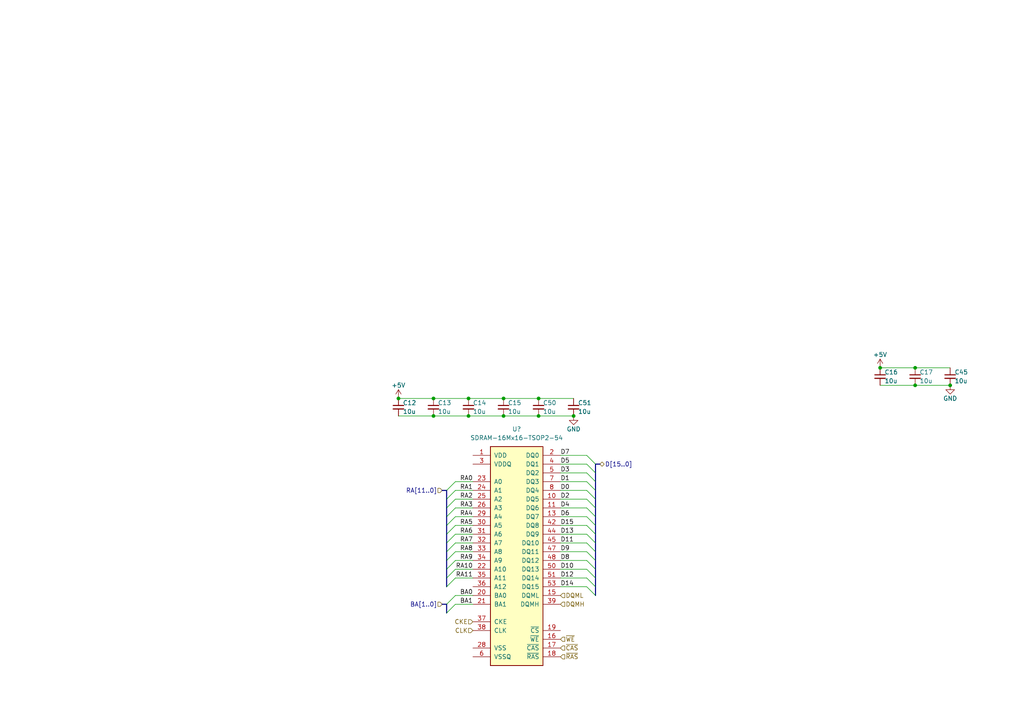
<source format=kicad_sch>
(kicad_sch (version 20211123) (generator eeschema)
  (paper "A4")
  (lib_symbols
    (symbol "Device:C_Small" (pin_numbers hide) (pin_names (offset 0.254) hide)
      (property "Reference" "C" (at 0.254 1.778 0))
      (property "Value" "C_Small" (at 0.254 -2.032 0))
      (symbol "C_Small_0_1"
        (polyline (pts (xy -1.524 -0.508) (xy 1.524 -0.508)) (stroke (width 0.3302)))
        (polyline (pts (xy -1.524 0.508) (xy 1.524 0.508)) (stroke (width 0.3048)))
      )
      (symbol "C_Small_1_1"
        (pin passive line (at 0 2.54 270) (length 2.032) (name "~") (number "1"))
        (pin passive line (at 0 -2.54 90) (length 2.032) (name "~") (number "2"))
      )
    )
    (symbol "GW_RAM:SDRAM-16Mx16-TSOP2-54" (pin_names (offset 1.016))
      (property "Reference" "U" (at 0 29.21 0))
      (property "Value" "SDRAM-16Mx16-TSOP2-54" (at 0 0 90))
      (symbol "SDRAM-16Mx16-TSOP2-54_0_1"
        (rectangle (start -7.62 27.94) (end 7.62 -35.56) (stroke (width 0.254)) (fill (type background)))
      )
      (symbol "SDRAM-16Mx16-TSOP2-54_1_1"
        (pin power_in line (at -12.7 25.4 0) (length 5.08) (name "VDD") (number "1"))
        (pin bidirectional line (at 12.7 12.7 180) (length 5.08) (name "DQ5") (number "10"))
        (pin bidirectional line (at 12.7 10.16 180) (length 5.08) (name "DQ6") (number "11"))
        (pin power_in line (at -12.7 -33.02 0) (length 5.08) hide (name "VSSQ") (number "12"))
        (pin bidirectional line (at 12.7 7.62 180) (length 5.08) (name "DQ7") (number "13"))
        (pin power_in line (at -12.7 25.4 0) (length 5.08) hide (name "VDD") (number "14"))
        (pin input line (at 12.7 -15.24 180) (length 5.08) (name "DQML") (number "15"))
        (pin input line (at 12.7 -27.94 180) (length 5.08) (name "~{WE}") (number "16"))
        (pin input line (at 12.7 -30.48 180) (length 5.08) (name "~{CAS}") (number "17"))
        (pin input line (at 12.7 -33.02 180) (length 5.08) (name "~{RAS}") (number "18"))
        (pin input line (at 12.7 -25.4 180) (length 5.08) (name "~{CS}") (number "19"))
        (pin bidirectional line (at 12.7 25.4 180) (length 5.08) (name "DQ0") (number "2"))
        (pin input line (at -12.7 -15.24 0) (length 5.08) (name "BA0") (number "20"))
        (pin input line (at -12.7 -17.78 0) (length 5.08) (name "BA1") (number "21"))
        (pin input line (at -12.7 -7.62 0) (length 5.08) (name "A10") (number "22"))
        (pin input line (at -12.7 17.78 0) (length 5.08) (name "A0") (number "23"))
        (pin input line (at -12.7 15.24 0) (length 5.08) (name "A1") (number "24"))
        (pin input line (at -12.7 12.7 0) (length 5.08) (name "A2") (number "25"))
        (pin input line (at -12.7 10.16 0) (length 5.08) (name "A3") (number "26"))
        (pin power_in line (at -12.7 25.4 0) (length 5.08) hide (name "VDD") (number "27"))
        (pin power_in line (at -12.7 -30.48 0) (length 5.08) (name "VSS") (number "28"))
        (pin input line (at -12.7 7.62 0) (length 5.08) (name "A4") (number "29"))
        (pin power_in line (at -12.7 22.86 0) (length 5.08) (name "VDDQ") (number "3"))
        (pin input line (at -12.7 5.08 0) (length 5.08) (name "A5") (number "30"))
        (pin input line (at -12.7 2.54 0) (length 5.08) (name "A6") (number "31"))
        (pin input line (at -12.7 0 0) (length 5.08) (name "A7") (number "32"))
        (pin input line (at -12.7 -2.54 0) (length 5.08) (name "A8") (number "33"))
        (pin input line (at -12.7 -5.08 0) (length 5.08) (name "A9") (number "34"))
        (pin input line (at -12.7 -10.16 0) (length 5.08) (name "A11") (number "35"))
        (pin input line (at -12.7 -12.7 0) (length 5.08) (name "A12") (number "36"))
        (pin input line (at -12.7 -22.86 0) (length 5.08) (name "CKE") (number "37"))
        (pin input line (at -12.7 -25.4 0) (length 5.08) (name "CLK") (number "38"))
        (pin input line (at 12.7 -17.78 180) (length 5.08) (name "DQMH") (number "39"))
        (pin bidirectional line (at 12.7 22.86 180) (length 5.08) (name "DQ1") (number "4"))
        (pin power_in line (at -12.7 -30.48 0) (length 5.08) hide (name "VSS") (number "41"))
        (pin bidirectional line (at 12.7 5.08 180) (length 5.08) (name "DQ8") (number "42"))
        (pin power_in line (at -12.7 22.86 0) (length 5.08) hide (name "VDDQ") (number "43"))
        (pin bidirectional line (at 12.7 2.54 180) (length 5.08) (name "DQ9") (number "44"))
        (pin bidirectional line (at 12.7 0 180) (length 5.08) (name "DQ10") (number "45"))
        (pin power_in line (at -12.7 -33.02 0) (length 5.08) hide (name "VSSQ") (number "46"))
        (pin bidirectional line (at 12.7 -2.54 180) (length 5.08) (name "DQ11") (number "47"))
        (pin bidirectional line (at 12.7 -5.08 180) (length 5.08) (name "DQ12") (number "48"))
        (pin power_in line (at -12.7 22.86 0) (length 5.08) hide (name "VDDQ") (number "49"))
        (pin bidirectional line (at 12.7 20.32 180) (length 5.08) (name "DQ2") (number "5"))
        (pin bidirectional line (at 12.7 -7.62 180) (length 5.08) (name "DQ13") (number "50"))
        (pin bidirectional line (at 12.7 -10.16 180) (length 5.08) (name "DQ14") (number "51"))
        (pin power_in line (at -12.7 -33.02 0) (length 5.08) hide (name "VSSQ") (number "52"))
        (pin bidirectional line (at 12.7 -12.7 180) (length 5.08) (name "DQ15") (number "53"))
        (pin power_in line (at -12.7 -30.48 0) (length 5.08) hide (name "VSS") (number "54"))
        (pin power_in line (at -12.7 -33.02 0) (length 5.08) (name "VSSQ") (number "6"))
        (pin bidirectional line (at 12.7 17.78 180) (length 5.08) (name "DQ3") (number "7"))
        (pin bidirectional line (at 12.7 15.24 180) (length 5.08) (name "DQ4") (number "8"))
        (pin power_in line (at -12.7 22.86 0) (length 5.08) hide (name "VDDQ") (number "9"))
      )
    )
    (symbol "power:+5V" (power) (pin_names (offset 0))
      (property "Value" "+5V" (at 0 3.556 0))
      (symbol "+5V_0_1"
        (polyline (pts (xy -0.762 1.27) (xy 0 2.54)))
        (polyline (pts (xy 0 0) (xy 0 2.54)))
        (polyline (pts (xy 0 2.54) (xy 0.762 1.27)))
      )
      (symbol "+5V_1_1"
        (pin power_in line (at 0 0 90) (length 0) hide (name "+5V") (number "1"))
      )
    )
    (symbol "power:GND" (power) (pin_names (offset 0))
      (property "Value" "GND" (at 0 -3.81 0))
      (symbol "GND_0_1"
        (polyline (pts (xy 0 0) (xy 0 -1.27) (xy 1.27 -1.27) (xy 0 -2.54) (xy -1.27 -1.27) (xy 0 -1.27)))
      )
      (symbol "GND_1_1"
        (pin power_in line (at 0 0 270) (length 0) hide (name "GND") (number "1"))
      )
    )
  )
  (junction (at 156.21 115.57))
  (junction (at 265.43 111.76))
  (junction (at 166.37 120.65))
  (junction (at 265.43 106.68))
  (junction (at 115.57 115.57))
  (junction (at 146.05 120.65))
  (junction (at 255.27 106.68))
  (junction (at 125.73 115.57))
  (junction (at 156.21 120.65))
  (junction (at 135.89 120.65))
  (junction (at 146.05 115.57))
  (junction (at 275.59 111.76))
  (junction (at 125.73 120.65))
  (junction (at 135.89 115.57))
  (bus_entry (at 172.72 147.32) (size -2.54 -2.54))
  (bus_entry (at 172.72 149.86) (size -2.54 -2.54))
  (bus_entry (at 172.72 134.62) (size -2.54 -2.54))
  (bus_entry (at 172.72 167.64) (size -2.54 -2.54))
  (bus_entry (at 129.54 152.4) (size 2.54 -2.54))
  (bus_entry (at 129.54 149.86) (size 2.54 -2.54))
  (bus_entry (at 172.72 137.16) (size -2.54 -2.54))
  (bus_entry (at 172.72 157.48) (size -2.54 -2.54))
  (bus_entry (at 172.72 170.18) (size -2.54 -2.54))
  (bus_entry (at 129.54 170.18) (size 2.54 -2.54))
  (bus_entry (at 172.72 172.72) (size -2.54 -2.54))
  (bus_entry (at 172.72 160.02) (size -2.54 -2.54))
  (bus_entry (at 172.72 165.1) (size -2.54 -2.54))
  (bus_entry (at 172.72 152.4) (size -2.54 -2.54))
  (bus_entry (at 172.72 162.56) (size -2.54 -2.54))
  (bus_entry (at 172.72 142.24) (size -2.54 -2.54))
  (bus_entry (at 129.54 165.1) (size 2.54 -2.54))
  (bus_entry (at 129.54 147.32) (size 2.54 -2.54))
  (bus_entry (at 129.54 175.26) (size 2.54 -2.54))
  (bus_entry (at 129.54 157.48) (size 2.54 -2.54))
  (bus_entry (at 129.54 162.56) (size 2.54 -2.54))
  (bus_entry (at 129.54 160.02) (size 2.54 -2.54))
  (bus_entry (at 172.72 154.94) (size -2.54 -2.54))
  (bus_entry (at 129.54 142.24) (size 2.54 -2.54))
  (bus_entry (at 172.72 144.78) (size -2.54 -2.54))
  (bus_entry (at 129.54 154.94) (size 2.54 -2.54))
  (bus_entry (at 129.54 177.8) (size 2.54 -2.54))
  (bus_entry (at 172.72 139.7) (size -2.54 -2.54))
  (bus_entry (at 129.54 144.78) (size 2.54 -2.54))
  (bus_entry (at 129.54 167.64) (size 2.54 -2.54))
  (bus (pts (xy 129.54 142.24) (xy 129.54 144.78)))
  (bus (pts (xy 172.72 167.64) (xy 172.72 170.18)))
  (wire (pts (xy 137.16 154.94) (xy 132.08 154.94)))
  (bus (pts (xy 129.54 147.32) (xy 129.54 149.86)))
  (wire (pts (xy 137.16 157.48) (xy 132.08 157.48)))
  (wire (pts (xy 115.57 120.65) (xy 125.73 120.65)))
  (wire (pts (xy 125.73 115.57) (xy 135.89 115.57)))
  (wire (pts (xy 135.89 115.57) (xy 146.05 115.57)))
  (wire (pts (xy 265.43 106.68) (xy 275.59 106.68)))
  (bus (pts (xy 172.72 137.16) (xy 172.72 139.7)))
  (wire (pts (xy 137.16 165.1) (xy 132.08 165.1)))
  (bus (pts (xy 129.54 175.26) (xy 129.54 177.8)))
  (bus (pts (xy 129.54 167.64) (xy 129.54 170.18)))
  (bus (pts (xy 129.54 175.26) (xy 128.27 175.26)))
  (wire (pts (xy 137.16 162.56) (xy 132.08 162.56)))
  (wire (pts (xy 170.18 134.62) (xy 162.56 134.62)))
  (wire (pts (xy 115.57 115.57) (xy 125.73 115.57)))
  (bus (pts (xy 172.72 165.1) (xy 172.72 167.64)))
  (wire (pts (xy 137.16 144.78) (xy 132.08 144.78)))
  (bus (pts (xy 172.72 157.48) (xy 172.72 160.02)))
  (wire (pts (xy 170.18 154.94) (xy 162.56 154.94)))
  (bus (pts (xy 172.72 152.4) (xy 172.72 154.94)))
  (wire (pts (xy 137.16 139.7) (xy 132.08 139.7)))
  (bus (pts (xy 129.54 154.94) (xy 129.54 157.48)))
  (bus (pts (xy 172.72 147.32) (xy 172.72 149.86)))
  (wire (pts (xy 162.56 162.56) (xy 170.18 162.56)))
  (bus (pts (xy 173.99 134.62) (xy 172.72 134.62)))
  (bus (pts (xy 129.54 165.1) (xy 129.54 167.64)))
  (wire (pts (xy 125.73 120.65) (xy 135.89 120.65)))
  (wire (pts (xy 146.05 120.65) (xy 156.21 120.65)))
  (bus (pts (xy 129.54 162.56) (xy 129.54 165.1)))
  (wire (pts (xy 146.05 115.57) (xy 156.21 115.57)))
  (bus (pts (xy 172.72 154.94) (xy 172.72 157.48)))
  (wire (pts (xy 137.16 149.86) (xy 132.08 149.86)))
  (wire (pts (xy 137.16 175.26) (xy 132.08 175.26)))
  (wire (pts (xy 162.56 147.32) (xy 170.18 147.32)))
  (bus (pts (xy 129.54 144.78) (xy 129.54 147.32)))
  (wire (pts (xy 137.16 160.02) (xy 132.08 160.02)))
  (wire (pts (xy 170.18 132.08) (xy 162.56 132.08)))
  (bus (pts (xy 172.72 170.18) (xy 172.72 172.72)))
  (wire (pts (xy 170.18 157.48) (xy 162.56 157.48)))
  (wire (pts (xy 265.43 111.76) (xy 275.59 111.76)))
  (bus (pts (xy 172.72 139.7) (xy 172.72 142.24)))
  (bus (pts (xy 129.54 149.86) (xy 129.54 152.4)))
  (wire (pts (xy 137.16 167.64) (xy 132.08 167.64)))
  (wire (pts (xy 162.56 149.86) (xy 170.18 149.86)))
  (wire (pts (xy 255.27 106.68) (xy 265.43 106.68)))
  (wire (pts (xy 162.56 165.1) (xy 170.18 165.1)))
  (bus (pts (xy 129.54 160.02) (xy 129.54 162.56)))
  (wire (pts (xy 156.21 115.57) (xy 166.37 115.57)))
  (wire (pts (xy 137.16 147.32) (xy 132.08 147.32)))
  (wire (pts (xy 135.89 120.65) (xy 146.05 120.65)))
  (wire (pts (xy 137.16 142.24) (xy 132.08 142.24)))
  (wire (pts (xy 162.56 167.64) (xy 170.18 167.64)))
  (wire (pts (xy 170.18 139.7) (xy 162.56 139.7)))
  (bus (pts (xy 172.72 160.02) (xy 172.72 162.56)))
  (wire (pts (xy 255.27 111.76) (xy 265.43 111.76)))
  (wire (pts (xy 162.56 142.24) (xy 170.18 142.24)))
  (wire (pts (xy 156.21 120.65) (xy 166.37 120.65)))
  (bus (pts (xy 129.54 152.4) (xy 129.54 154.94)))
  (wire (pts (xy 162.56 144.78) (xy 170.18 144.78)))
  (wire (pts (xy 162.56 152.4) (xy 170.18 152.4)))
  (bus (pts (xy 172.72 144.78) (xy 172.72 147.32)))
  (bus (pts (xy 172.72 149.86) (xy 172.72 152.4)))
  (wire (pts (xy 170.18 160.02) (xy 162.56 160.02)))
  (bus (pts (xy 172.72 134.62) (xy 172.72 137.16)))
  (wire (pts (xy 170.18 137.16) (xy 162.56 137.16)))
  (bus (pts (xy 172.72 142.24) (xy 172.72 144.78)))
  (bus (pts (xy 129.54 157.48) (xy 129.54 160.02)))
  (wire (pts (xy 162.56 170.18) (xy 170.18 170.18)))
  (bus (pts (xy 129.54 142.24) (xy 128.27 142.24)))
  (wire (pts (xy 137.16 152.4) (xy 132.08 152.4)))
  (bus (pts (xy 172.72 162.56) (xy 172.72 165.1)))
  (wire (pts (xy 137.16 172.72) (xy 132.08 172.72)))
  (label "RA11" (at 137.16 167.64 180))
  (label "RA2" (at 137.16 144.78 180))
  (label "D5" (at 162.56 134.62 0))
  (label "D12" (at 162.56 167.64 0))
  (label "RA8" (at 137.16 160.02 180))
  (label "D4" (at 162.56 147.32 0))
  (label "D6" (at 162.56 149.86 0))
  (label "D3" (at 162.56 137.16 0))
  (label "D2" (at 162.56 144.78 0))
  (label "D15" (at 162.56 152.4 0))
  (label "RA10" (at 137.16 165.1 180))
  (label "D9" (at 162.56 160.02 0))
  (label "D7" (at 162.56 132.08 0))
  (label "RA6" (at 137.16 154.94 180))
  (label "RA5" (at 137.16 152.4 180))
  (label "D14" (at 162.56 170.18 0))
  (label "D1" (at 162.56 139.7 0))
  (label "RA1" (at 137.16 142.24 180))
  (label "RA9" (at 137.16 162.56 180))
  (label "RA0" (at 137.16 139.7 180))
  (label "RA4" (at 137.16 149.86 180))
  (label "RA7" (at 137.16 157.48 180))
  (label "D11" (at 162.56 157.48 0))
  (label "BA1" (at 137.16 175.26 180))
  (label "D0" (at 162.56 142.24 0))
  (label "D13" (at 162.56 154.94 0))
  (label "RA3" (at 137.16 147.32 180))
  (label "BA0" (at 137.16 172.72 180))
  (label "D8" (at 162.56 162.56 0))
  (label "D10" (at 162.56 165.1 0))
  (hierarchical_label "D[15..0]" (shape bidirectional) (at 173.99 134.62 0))
  (hierarchical_label "~{RAS}" (shape input) (at 162.56 190.5 0))
  (hierarchical_label "CLK" (shape input) (at 137.16 182.88 180))
  (hierarchical_label "DQMH" (shape input) (at 162.56 175.26 0))
  (hierarchical_label "DQML" (shape input) (at 162.56 172.72 0))
  (hierarchical_label "~{CAS}" (shape input) (at 162.56 187.96 0))
  (hierarchical_label "~{WE}" (shape input) (at 162.56 185.42 0))
  (hierarchical_label "CKE" (shape input) (at 137.16 180.34 180))
  (hierarchical_label "BA[1..0]" (shape input) (at 128.27 175.26 180))
  (hierarchical_label "RA[11..0]" (shape input) (at 128.27 142.24 180))
  (symbol (lib_id "power:+5V") (at 115.57 115.57 0) (unit 1)
    (property "Reference" "#PWR0138" (effects hide))
    (property "Value" "+5V" (at 115.57 111.76 0))
  )
  (symbol (lib_id "Device:C_Small") (at 125.73 118.11 0) (unit 1)
    (property "Reference" "C13" (at 127 116.84 0) (effects (justify left)))
    (property "Value" "10u" (at 127 119.38 0) (effects (justify left)))
    (property "Footprint" "stdpads:C_0805" (effects hide))
    (property "LCSC Part" "C15850" (effects hide))
  )
  (symbol (lib_id "Device:C_Small") (at 115.57 118.11 0) (unit 1)
    (property "Reference" "C12" (at 116.84 116.84 0) (effects (justify left)))
    (property "Value" "10u" (at 116.84 119.38 0) (effects (justify left)))
    (property "Footprint" "stdpads:C_0805" (effects hide))
    (property "LCSC Part" "C15850" (effects hide))
  )
  (symbol (lib_id "Device:C_Small") (at 135.89 118.11 0) (unit 1)
    (property "Reference" "C14" (at 137.16 116.84 0) (effects (justify left)))
    (property "Value" "10u" (at 137.16 119.38 0) (effects (justify left)))
    (property "Footprint" "stdpads:C_0805" (effects hide))
    (property "LCSC Part" "C15850" (effects hide))
  )
  (symbol (lib_id "Device:C_Small") (at 146.05 118.11 0) (unit 1)
    (property "Reference" "C15" (at 147.32 116.84 0) (effects (justify left)))
    (property "Value" "10u" (at 147.32 119.38 0) (effects (justify left)))
    (property "Footprint" "stdpads:C_0805" (effects hide))
    (property "LCSC Part" "C15850" (effects hide))
  )
  (symbol (lib_id "power:+5V") (at 255.27 106.68 0) (unit 1)
    (property "Reference" "#PWR0145" (effects hide))
    (property "Value" "+5V" (at 255.27 102.87 0))
  )
  (symbol (lib_id "Device:C_Small") (at 265.43 109.22 0) (unit 1)
    (property "Reference" "C17" (at 266.7 107.95 0) (effects (justify left)))
    (property "Value" "10u" (at 266.7 110.49 0) (effects (justify left)))
    (property "Footprint" "stdpads:C_0805" (effects hide))
    (property "LCSC Part" "C15850" (effects hide))
  )
  (symbol (lib_id "Device:C_Small") (at 255.27 109.22 0) (unit 1)
    (property "Reference" "C16" (at 256.54 107.95 0) (effects (justify left)))
    (property "Value" "10u" (at 256.54 110.49 0) (effects (justify left)))
    (property "Footprint" "stdpads:C_0805" (effects hide))
    (property "LCSC Part" "C15850" (effects hide))
  )
  (symbol (lib_id "Device:C_Small") (at 166.37 118.11 0) (unit 1)
    (property "Reference" "C51" (at 167.64 116.84 0) (effects (justify left)))
    (property "Value" "10u" (at 167.64 119.38 0) (effects (justify left)))
    (property "Footprint" "stdpads:C_0805" (effects hide))
    (property "LCSC Part" "C15850" (effects hide))
  )
  (symbol (lib_id "GW_RAM:SDRAM-16Mx16-TSOP2-54") (at 149.86 157.48 0) (unit 1)
    (property "Reference" "U?" (at 149.86 124.46 0))
    (property "Value" "SDRAM-16Mx16-TSOP2-54" (at 149.86 127 0))
    (property "Footprint" "stdpads:Winbond_TSOPII-54" (effects hide))
  )
  (symbol (lib_id "Device:C_Small") (at 156.21 118.11 0) (unit 1)
    (property "Reference" "C50" (at 157.48 116.84 0) (effects (justify left)))
    (property "Value" "10u" (at 157.48 119.38 0) (effects (justify left)))
    (property "Footprint" "stdpads:C_0805" (effects hide))
    (property "LCSC Part" "C15850" (effects hide))
  )
  (symbol (lib_id "power:GND") (at 275.59 111.76 0) (unit 1)
    (property "Reference" "#PWR0135" (effects hide))
    (property "Value" "GND" (at 275.59 115.57 0))
  )
  (symbol (lib_id "Device:C_Small") (at 275.59 109.22 0) (unit 1)
    (property "Reference" "C45" (at 276.86 107.95 0) (effects (justify left)))
    (property "Value" "10u" (at 276.86 110.49 0) (effects (justify left)))
    (property "Footprint" "stdpads:C_0805" (effects hide))
    (property "LCSC Part" "C15850" (effects hide))
  )
  (symbol (lib_id "power:GND") (at 166.37 120.65 0) (unit 1)
    (property "Reference" "#PWR0132" (effects hide))
    (property "Value" "GND" (at 166.37 124.46 0))
  )
)
</source>
